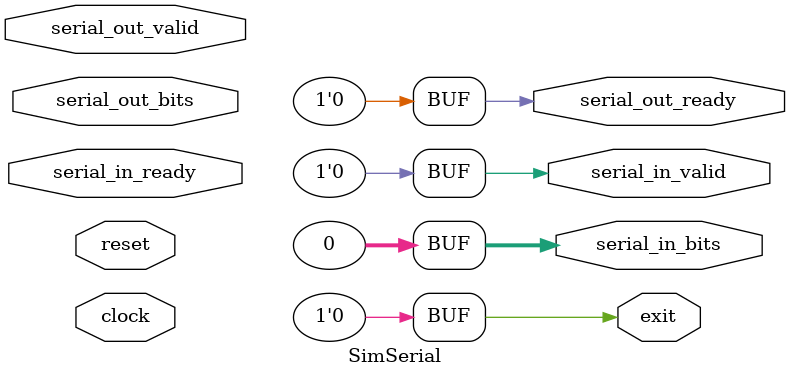
<source format=v>
module SimSerial (
    input         clock,
    input         reset,
    input         serial_out_valid,
    output        serial_out_ready,
    input  [31:0] serial_out_bits,

    output        serial_in_valid,
    input         serial_in_ready,
    output [31:0] serial_in_bits,

    output        exit
);

    assign serial_in_valid  = 0;
    assign serial_in_bits   = 0;
    assign serial_out_ready = 0;
    assign exit = 0;

endmodule

</source>
